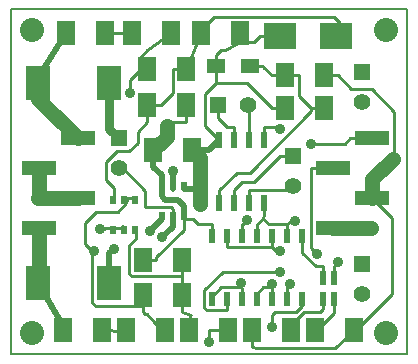
<source format=gtl>
G04 (created by PCBNEW (2013-03-10 BZR 3992)-stable) date 3/16/2013 6:13:18 PM*
%MOIN*%
G04 Gerber Fmt 3.4, Leading zero omitted, Abs format*
%FSLAX34Y34*%
G01*
G70*
G90*
G04 APERTURE LIST*
%ADD10C,0.000393701*%
%ADD11C,0.006*%
%ADD12R,0.0236X0.0551*%
%ADD13R,0.02X0.045*%
%ADD14R,0.06X0.08*%
%ADD15R,0.055X0.055*%
%ADD16C,0.055*%
%ADD17R,0.023622X0.0472441*%
%ADD18R,0.059X0.0472*%
%ADD19R,0.0787X0.1181*%
%ADD20R,0.116535X0.05*%
%ADD21R,0.110236X0.0866142*%
%ADD22C,0.08*%
%ADD23R,0.0216535X0.0314961*%
%ADD24C,0.035*%
%ADD25C,0.01*%
%ADD26C,0.05*%
%ADD27C,0.02*%
%ADD28C,0.03*%
G04 APERTURE END LIST*
G54D10*
G54D11*
X0Y11500D02*
X13200Y11500D01*
X0Y0D02*
X13200Y0D01*
X13200Y11500D02*
X13200Y0D01*
X0Y0D02*
X0Y11500D01*
G54D12*
X6950Y7150D03*
X6950Y5050D03*
X7450Y7150D03*
X7950Y7150D03*
X8450Y7150D03*
X7450Y5050D03*
X7950Y5050D03*
X8450Y5050D03*
G54D13*
X6703Y1855D03*
X7203Y1855D03*
X7703Y1855D03*
X8203Y1855D03*
X8703Y1855D03*
X9203Y1855D03*
X9703Y1855D03*
X9703Y3955D03*
X9203Y3955D03*
X8703Y3955D03*
X8203Y3955D03*
X7703Y3955D03*
X7203Y3955D03*
X6703Y3955D03*
G54D14*
X4750Y6800D03*
X6050Y6800D03*
X1750Y800D03*
X3050Y800D03*
X3850Y800D03*
X5150Y800D03*
X4404Y1971D03*
X5704Y1971D03*
X9350Y800D03*
X8050Y800D03*
X4404Y3152D03*
X5704Y3152D03*
X7250Y800D03*
X5950Y800D03*
X10150Y800D03*
X11450Y800D03*
X10450Y8200D03*
X9150Y8200D03*
X10450Y9300D03*
X9150Y9300D03*
X3150Y10700D03*
X1850Y10700D03*
X7650Y10700D03*
X6350Y10700D03*
X5850Y8300D03*
X4550Y8300D03*
X4550Y9500D03*
X5850Y9500D03*
X4050Y10700D03*
X5350Y10700D03*
G54D15*
X3600Y7200D03*
G54D16*
X3600Y6200D03*
G54D15*
X9400Y6600D03*
G54D16*
X9400Y5600D03*
G54D15*
X11700Y9400D03*
G54D16*
X11700Y8400D03*
G54D15*
X11700Y3000D03*
G54D16*
X11700Y2000D03*
G54D15*
X6900Y8300D03*
G54D16*
X7900Y8300D03*
G54D17*
X10787Y1845D03*
X10787Y2554D03*
X10412Y2554D03*
X10412Y1845D03*
G54D18*
X6830Y9600D03*
X7970Y9600D03*
G54D19*
X3282Y9058D03*
X920Y9058D03*
X3282Y2365D03*
X920Y2365D03*
G54D20*
X954Y4200D03*
X2245Y5200D03*
X2245Y7200D03*
X954Y6200D03*
X10754Y4200D03*
X12045Y5200D03*
X12045Y7200D03*
X10754Y6200D03*
G54D21*
X10844Y10600D03*
X8955Y10600D03*
G54D22*
X700Y700D03*
X700Y10800D03*
X12500Y700D03*
X12500Y10800D03*
G54D23*
X3400Y5150D03*
X3775Y5150D03*
X4150Y5150D03*
X4150Y4150D03*
X3775Y4150D03*
X3400Y4150D03*
X5775Y4600D03*
X5400Y4600D03*
X5025Y4600D03*
X5025Y5600D03*
X5400Y5600D03*
X5775Y5600D03*
G54D24*
X6600Y400D03*
X8700Y900D03*
X12000Y4200D03*
X4650Y4125D03*
X6300Y5000D03*
X900Y5200D03*
X9996Y7027D03*
X7868Y4466D03*
X3425Y3525D03*
X5050Y3900D03*
X5400Y6100D03*
X3963Y8725D03*
X2986Y4177D03*
X2779Y3437D03*
X7678Y2388D03*
X8968Y7520D03*
X9464Y4464D03*
X10917Y3070D03*
X8971Y2746D03*
X8716Y2358D03*
X8982Y3449D03*
X10210Y3349D03*
X9296Y2361D03*
X5200Y7600D03*
X12750Y6500D03*
G54D25*
X7250Y800D02*
X6600Y800D01*
X6600Y800D02*
X6600Y400D01*
X9703Y1855D02*
X9703Y1603D01*
X8700Y1300D02*
X8700Y900D01*
X8800Y1400D02*
X8700Y1300D01*
X9500Y1400D02*
X8800Y1400D01*
X9703Y1603D02*
X9500Y1400D01*
G54D26*
X10754Y4200D02*
X12000Y4200D01*
G54D27*
X5025Y4600D02*
X5025Y4500D01*
X5025Y4500D02*
X4650Y4125D01*
X5775Y5500D02*
X6300Y5500D01*
G54D26*
X6300Y5000D02*
X6300Y5500D01*
X6300Y5500D02*
X6300Y6550D01*
X6300Y6550D02*
X6050Y6800D01*
G54D27*
X6050Y6800D02*
X6600Y6800D01*
X6600Y6800D02*
X6950Y7150D01*
G54D26*
X954Y5254D02*
X954Y6200D01*
X900Y5200D02*
X954Y5254D01*
X900Y5200D02*
X2245Y5200D01*
G54D25*
X6993Y10149D02*
X7150Y10149D01*
X6830Y9986D02*
X6993Y10149D01*
X6830Y9600D02*
X6830Y9986D01*
X7650Y10700D02*
X7650Y10424D01*
X7650Y10424D02*
X7150Y10149D01*
X8119Y10424D02*
X8294Y10600D01*
X7650Y10424D02*
X8119Y10424D01*
X8837Y10600D02*
X8294Y10600D01*
X6830Y9600D02*
X6830Y9036D01*
X9150Y8200D02*
X8699Y8200D01*
X6474Y8681D02*
X6830Y9036D01*
X6950Y7150D02*
X6474Y7625D01*
X6474Y7625D02*
X6474Y8681D01*
X7863Y9036D02*
X8699Y8200D01*
X6830Y9036D02*
X7863Y9036D01*
X7199Y7575D02*
X7450Y7575D01*
X6900Y7874D02*
X7199Y7575D01*
X6900Y8300D02*
X6900Y7874D01*
X7450Y7150D02*
X7450Y7575D01*
X11140Y7027D02*
X9996Y7027D01*
X11312Y7200D02*
X11140Y7027D01*
X12045Y7200D02*
X11312Y7200D01*
X7732Y4331D02*
X7868Y4466D01*
X7703Y4331D02*
X7732Y4331D01*
X7703Y3955D02*
X7703Y4331D01*
X3723Y790D02*
X3050Y800D01*
G54D27*
X5400Y4600D02*
X5400Y4250D01*
X3282Y3382D02*
X3282Y2365D01*
X3425Y3525D02*
X3282Y3382D01*
X5400Y4250D02*
X5050Y3900D01*
G54D25*
X5400Y4500D02*
X5400Y4847D01*
X5348Y4898D02*
X5400Y4847D01*
X4470Y4898D02*
X5348Y4898D01*
X3728Y6200D02*
X3600Y6200D01*
X4470Y5458D02*
X3728Y6200D01*
X4470Y4898D02*
X4470Y5458D01*
G54D27*
X5400Y5500D02*
X5400Y6100D01*
G54D28*
X3282Y9058D02*
X3282Y7517D01*
X3282Y7517D02*
X3600Y7200D01*
G54D25*
X4050Y10700D02*
X3150Y10700D01*
X9600Y8599D02*
X9999Y8200D01*
X9600Y9300D02*
X9600Y8599D01*
X9150Y9300D02*
X9600Y9300D01*
X10224Y8200D02*
X10013Y8200D01*
X10013Y8200D02*
X9999Y8200D01*
X10450Y8200D02*
X10224Y8200D01*
X6950Y5050D02*
X6950Y5475D01*
X8415Y9584D02*
X8699Y9300D01*
X8415Y9600D02*
X8415Y9584D01*
X9150Y9300D02*
X8699Y9300D01*
X7970Y9600D02*
X8415Y9600D01*
X10013Y8098D02*
X10013Y8200D01*
X7976Y6062D02*
X10013Y8098D01*
X7536Y6062D02*
X7976Y6062D01*
X6950Y5475D02*
X7536Y6062D01*
G54D27*
X920Y2365D02*
X1809Y859D01*
X1809Y859D02*
X1750Y800D01*
G54D26*
X954Y4200D02*
X954Y2399D01*
X954Y2399D02*
X920Y2365D01*
G54D27*
X1850Y10700D02*
X850Y9128D01*
X850Y9128D02*
X920Y9058D01*
G54D26*
X920Y9058D02*
X920Y8525D01*
X920Y8525D02*
X2245Y7200D01*
G54D25*
X10150Y800D02*
X10200Y800D01*
X10787Y1387D02*
X10787Y1845D01*
X10200Y800D02*
X10787Y1387D01*
X10776Y11250D02*
X10962Y11064D01*
X6765Y11250D02*
X10776Y11250D01*
X6300Y10784D02*
X6765Y11250D01*
X6300Y10700D02*
X6300Y10784D01*
X6350Y10700D02*
X6300Y10700D01*
X10962Y10600D02*
X10962Y11064D01*
X3425Y5200D02*
X3425Y5547D01*
X3173Y5798D02*
X3425Y5547D01*
X3173Y6415D02*
X3173Y5798D01*
X3529Y6770D02*
X3173Y6415D01*
X3935Y6770D02*
X3529Y6770D01*
X4225Y7060D02*
X3935Y6770D01*
X4225Y7424D02*
X4225Y7060D01*
X4550Y7749D02*
X4225Y7424D01*
X4550Y8300D02*
X4550Y7749D01*
X4550Y8300D02*
X5000Y8300D01*
X5850Y9500D02*
X6350Y10700D01*
X5399Y8699D02*
X5000Y8300D01*
X5399Y9500D02*
X5399Y8699D01*
X5850Y9500D02*
X5399Y9500D01*
X4550Y9500D02*
X4324Y9500D01*
X5350Y10700D02*
X4550Y10149D01*
X7714Y5739D02*
X7450Y5475D01*
X8114Y5739D02*
X7714Y5739D01*
X8974Y6600D02*
X8114Y5739D01*
X9400Y6600D02*
X8974Y6600D01*
X7450Y5050D02*
X7450Y5475D01*
X3800Y4200D02*
X3800Y4100D01*
X3713Y4286D02*
X3713Y4200D01*
X3800Y4100D02*
X3713Y4286D01*
X3425Y4200D02*
X3713Y4200D01*
X4324Y9924D02*
X4550Y10149D01*
X4324Y9500D02*
X4324Y9924D01*
X3963Y8725D02*
X3963Y8725D01*
X3963Y9138D02*
X3963Y8725D01*
X4324Y9500D02*
X3963Y9138D01*
X3114Y4177D02*
X3136Y4200D01*
X2986Y4177D02*
X3114Y4177D01*
X3425Y4200D02*
X3136Y4200D01*
X5023Y790D02*
X4523Y1340D01*
X7950Y5050D02*
X7950Y5475D01*
X9275Y5475D02*
X9400Y5600D01*
X7950Y5475D02*
X9275Y5475D01*
X4485Y1340D02*
X4523Y1340D01*
X4404Y1421D02*
X4485Y1340D01*
X3800Y5200D02*
X3800Y5036D01*
X4175Y5200D02*
X3886Y5200D01*
X3886Y5123D02*
X3886Y5200D01*
X3800Y5036D02*
X3886Y5123D01*
X4404Y1971D02*
X4404Y1696D01*
X4404Y1696D02*
X4404Y1421D01*
X4324Y1616D02*
X4404Y1696D01*
X2834Y1616D02*
X4324Y1616D01*
X2720Y1730D02*
X2834Y1616D01*
X2720Y3437D02*
X2720Y1730D01*
X2779Y3437D02*
X2720Y3437D01*
X3800Y5004D02*
X3800Y5036D01*
X3560Y4764D02*
X3800Y5004D01*
X2830Y4764D02*
X3560Y4764D01*
X2461Y4395D02*
X2830Y4764D01*
X2461Y3696D02*
X2461Y4395D01*
X2720Y3437D02*
X2461Y3696D01*
X6000Y1300D02*
X5704Y1421D01*
X5961Y1300D02*
X6000Y1300D01*
X5704Y1971D02*
X5704Y1421D01*
X5950Y800D02*
X5961Y1300D01*
X4175Y4200D02*
X4175Y3852D01*
X4039Y2602D02*
X5704Y2602D01*
X3954Y2688D02*
X4039Y2602D01*
X3954Y3632D02*
X3954Y2688D01*
X4175Y3852D02*
X3954Y3632D01*
X5704Y3152D02*
X5704Y2602D01*
X5704Y2602D02*
X5704Y1971D01*
X7703Y1855D02*
X7703Y2206D01*
X7678Y2388D02*
X7678Y2231D01*
X7703Y2206D02*
X7678Y2231D01*
X6703Y1921D02*
X6703Y1855D01*
X7013Y2231D02*
X6703Y1921D01*
X7678Y2231D02*
X7013Y2231D01*
X8450Y7150D02*
X8450Y7575D01*
X8913Y7575D02*
X8968Y7520D01*
X8450Y7575D02*
X8913Y7575D01*
X8203Y3955D02*
X8203Y4331D01*
X8399Y4526D02*
X8399Y4526D01*
X8203Y4331D02*
X8399Y4526D01*
X8399Y4574D02*
X8450Y4624D01*
X8399Y4526D02*
X8399Y4574D01*
X8450Y5050D02*
X8450Y4624D01*
X9203Y3955D02*
X9203Y4331D01*
X8595Y4331D02*
X8399Y4526D01*
X9203Y4331D02*
X8595Y4331D01*
X9337Y4464D02*
X9464Y4464D01*
X9203Y4331D02*
X9337Y4464D01*
X7203Y1855D02*
X7203Y1480D01*
X10787Y2554D02*
X10787Y2940D01*
X10787Y2940D02*
X10917Y3070D01*
X7057Y2746D02*
X8971Y2746D01*
X6453Y2143D02*
X7057Y2746D01*
X6453Y1563D02*
X6453Y2143D01*
X6536Y1480D02*
X6453Y1563D01*
X7203Y1480D02*
X6536Y1480D01*
X8203Y1855D02*
X8203Y2018D01*
X8703Y1855D02*
X8703Y2231D01*
X8416Y2231D02*
X8703Y2231D01*
X8203Y2018D02*
X8416Y2231D01*
X8703Y2346D02*
X8716Y2358D01*
X8703Y2231D02*
X8703Y2346D01*
X9350Y800D02*
X9350Y967D01*
X10412Y1512D02*
X10412Y1845D01*
X10300Y1400D02*
X10412Y1512D01*
X9782Y1400D02*
X10300Y1400D01*
X9350Y967D02*
X9782Y1400D01*
X10412Y2554D02*
X10412Y2940D01*
X9703Y3955D02*
X9703Y3397D01*
X10160Y2940D02*
X10412Y2940D01*
X9703Y3397D02*
X10160Y2940D01*
X8703Y3955D02*
X8703Y3580D01*
X7203Y3955D02*
X7203Y3580D01*
X7203Y3580D02*
X8703Y3580D01*
X8835Y3449D02*
X8982Y3449D01*
X8703Y3580D02*
X8835Y3449D01*
X7950Y8250D02*
X7950Y7150D01*
X7900Y8300D02*
X7950Y8250D01*
X10754Y6200D02*
X10021Y6200D01*
X9203Y2269D02*
X9296Y2361D01*
X9203Y1855D02*
X9203Y2269D01*
X10021Y3539D02*
X10210Y3349D01*
X10021Y6200D02*
X10021Y3539D01*
X8050Y800D02*
X8050Y250D01*
X10800Y200D02*
X11450Y800D01*
X8200Y200D02*
X10800Y200D01*
X8050Y250D02*
X8200Y200D01*
X11450Y800D02*
X11500Y800D01*
X12700Y4545D02*
X12045Y5200D01*
X12700Y2000D02*
X12700Y4545D01*
X11500Y800D02*
X12700Y2000D01*
G54D27*
X5025Y5600D02*
X5025Y5975D01*
X4750Y6250D02*
X4750Y6800D01*
X5025Y5975D02*
X4750Y6250D01*
X5775Y4600D02*
X5775Y4950D01*
X5025Y5275D02*
X5025Y5600D01*
X5150Y5150D02*
X5025Y5275D01*
X5575Y5150D02*
X5150Y5150D01*
X5775Y4950D02*
X5575Y5150D01*
G54D26*
X5200Y7600D02*
X5200Y7250D01*
X5200Y7250D02*
X4750Y6800D01*
G54D25*
X5349Y7749D02*
X5850Y7749D01*
X5850Y8300D02*
X5850Y7749D01*
X5200Y7600D02*
X5349Y7749D01*
X12778Y6578D02*
X12750Y6500D01*
X12778Y8096D02*
X12778Y6578D01*
X12025Y8849D02*
X12778Y8096D01*
X11350Y8849D02*
X12025Y8849D01*
X10900Y9300D02*
X11350Y8849D01*
X10450Y9300D02*
X10900Y9300D01*
G54D26*
X12045Y5845D02*
X12750Y6500D01*
X12045Y5200D02*
X12045Y5845D01*
G54D25*
X6232Y4331D02*
X6703Y4331D01*
X6063Y4500D02*
X6232Y4331D01*
X6703Y3955D02*
X6703Y4331D01*
X4854Y3232D02*
X5775Y4152D01*
X4854Y3152D02*
X4854Y3232D01*
X4404Y3152D02*
X4854Y3152D01*
X5775Y4500D02*
X5775Y4152D01*
X5775Y4500D02*
X6063Y4500D01*
M02*

</source>
